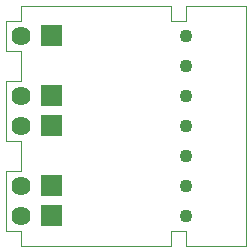
<source format=gbr>
%TF.GenerationSoftware,KiCad,Pcbnew,(5.1.9)-1*%
%TF.CreationDate,2021-04-16T00:55:01+02:00*%
%TF.ProjectId,13_TOR_N,31335f54-4f52-45f4-9e2e-6b696361645f,rev?*%
%TF.SameCoordinates,Original*%
%TF.FileFunction,Soldermask,Bot*%
%TF.FilePolarity,Negative*%
%FSLAX46Y46*%
G04 Gerber Fmt 4.6, Leading zero omitted, Abs format (unit mm)*
G04 Created by KiCad (PCBNEW (5.1.9)-1) date 2021-04-16 00:55:01*
%MOMM*%
%LPD*%
G01*
G04 APERTURE LIST*
%TA.AperFunction,Profile*%
%ADD10C,0.050000*%
%TD*%
%ADD11C,1.624000*%
%ADD12C,1.100000*%
G04 APERTURE END LIST*
D10*
X115570000Y-60960000D02*
X120650000Y-60960000D01*
X115570000Y-62230000D02*
X115570000Y-60960000D01*
X114300000Y-62230000D02*
X115570000Y-62230000D01*
X114300000Y-60960000D02*
X114300000Y-62230000D01*
X115570000Y-81280000D02*
X120650000Y-81280000D01*
X115570000Y-80010000D02*
X115570000Y-81280000D01*
X114300000Y-80010000D02*
X115570000Y-80010000D01*
X114300000Y-81280000D02*
X114300000Y-80010000D01*
X101600000Y-62230000D02*
X101600000Y-60960000D01*
X100330000Y-62230000D02*
X101600000Y-62230000D01*
X100330000Y-64770000D02*
X100330000Y-62230000D01*
X101600000Y-64770000D02*
X100330000Y-64770000D01*
X100330000Y-72390000D02*
X100330000Y-67310000D01*
X101600000Y-72390000D02*
X100330000Y-72390000D01*
X101600000Y-74930000D02*
X101600000Y-72390000D01*
X100330000Y-74930000D02*
X101600000Y-74930000D01*
X120650000Y-60960000D02*
X120650000Y-81280000D01*
X101600000Y-60960000D02*
X114300000Y-60960000D01*
X101600000Y-80010000D02*
X101600000Y-81280000D01*
X100330000Y-80010000D02*
X101600000Y-80010000D01*
X101600000Y-64770000D02*
X101600000Y-67310000D01*
X101600000Y-67310000D02*
X100330000Y-67310000D01*
X114300000Y-81280000D02*
X101600000Y-81280000D01*
X100330000Y-80010000D02*
X100330000Y-74930000D01*
D11*
%TO.C,J1*%
X101600000Y-71120000D03*
G36*
G01*
X105040000Y-70270000D02*
X105040000Y-71970000D01*
G75*
G02*
X104990000Y-72020000I-50000J0D01*
G01*
X103290000Y-72020000D01*
G75*
G02*
X103240000Y-71970000I0J50000D01*
G01*
X103240000Y-70270000D01*
G75*
G02*
X103290000Y-70220000I50000J0D01*
G01*
X104990000Y-70220000D01*
G75*
G02*
X105040000Y-70270000I0J-50000D01*
G01*
G37*
%TD*%
%TO.C,J2*%
G36*
G01*
X105040000Y-62650000D02*
X105040000Y-64350000D01*
G75*
G02*
X104990000Y-64400000I-50000J0D01*
G01*
X103290000Y-64400000D01*
G75*
G02*
X103240000Y-64350000I0J50000D01*
G01*
X103240000Y-62650000D01*
G75*
G02*
X103290000Y-62600000I50000J0D01*
G01*
X104990000Y-62600000D01*
G75*
G02*
X105040000Y-62650000I0J-50000D01*
G01*
G37*
X101600000Y-63500000D03*
%TD*%
%TO.C,J3*%
G36*
G01*
X105040000Y-75350000D02*
X105040000Y-77050000D01*
G75*
G02*
X104990000Y-77100000I-50000J0D01*
G01*
X103290000Y-77100000D01*
G75*
G02*
X103240000Y-77050000I0J50000D01*
G01*
X103240000Y-75350000D01*
G75*
G02*
X103290000Y-75300000I50000J0D01*
G01*
X104990000Y-75300000D01*
G75*
G02*
X105040000Y-75350000I0J-50000D01*
G01*
G37*
X101600000Y-76200000D03*
%TD*%
%TO.C,J4*%
X101600000Y-68580000D03*
G36*
G01*
X105040000Y-67730000D02*
X105040000Y-69430000D01*
G75*
G02*
X104990000Y-69480000I-50000J0D01*
G01*
X103290000Y-69480000D01*
G75*
G02*
X103240000Y-69430000I0J50000D01*
G01*
X103240000Y-67730000D01*
G75*
G02*
X103290000Y-67680000I50000J0D01*
G01*
X104990000Y-67680000D01*
G75*
G02*
X105040000Y-67730000I0J-50000D01*
G01*
G37*
%TD*%
%TO.C,J5*%
G36*
G01*
X105040000Y-77890000D02*
X105040000Y-79590000D01*
G75*
G02*
X104990000Y-79640000I-50000J0D01*
G01*
X103290000Y-79640000D01*
G75*
G02*
X103240000Y-79590000I0J50000D01*
G01*
X103240000Y-77890000D01*
G75*
G02*
X103290000Y-77840000I50000J0D01*
G01*
X104990000Y-77840000D01*
G75*
G02*
X105040000Y-77890000I0J-50000D01*
G01*
G37*
X101600000Y-78740000D03*
%TD*%
D12*
%TO.C,H1*%
X115570000Y-63500000D03*
%TD*%
%TO.C,H2*%
X115570000Y-66040000D03*
%TD*%
%TO.C,H4*%
X115570000Y-78740000D03*
%TD*%
%TO.C,H5*%
X115570000Y-71120000D03*
%TD*%
%TO.C,H6*%
X115570000Y-76200000D03*
%TD*%
%TO.C,H7*%
X115570000Y-68580000D03*
%TD*%
%TO.C,H8*%
X115570000Y-73660000D03*
%TD*%
M02*

</source>
